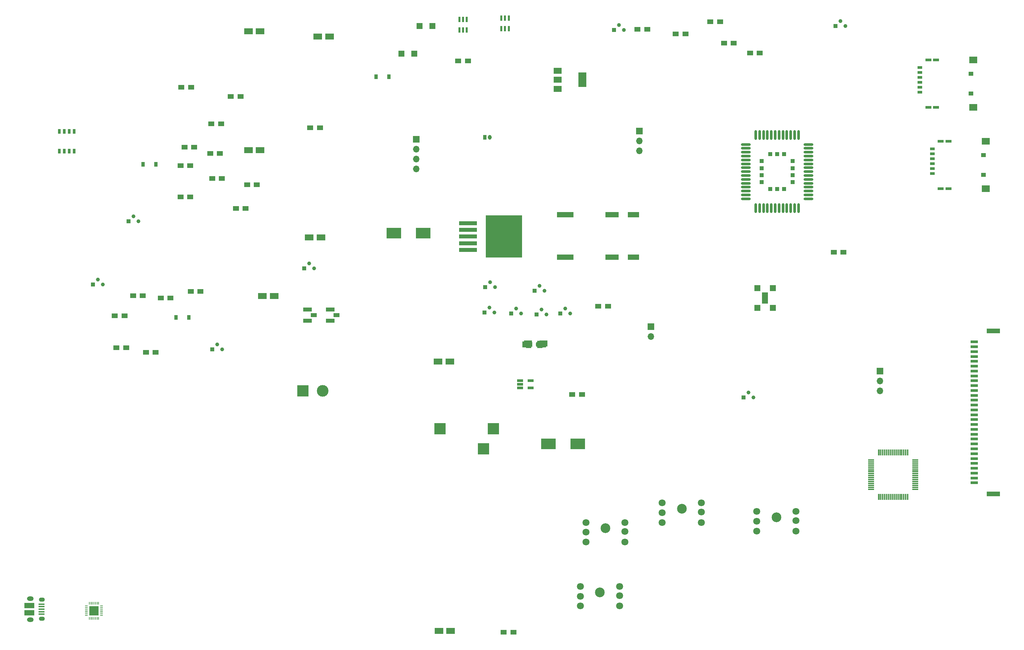
<source format=gbr>
G04 #@! TF.FileFunction,Copper,L1,Top,Signal*
%FSLAX46Y46*%
G04 Gerber Fmt 4.6, Leading zero omitted, Abs format (unit mm)*
G04 Created by KiCad (PCBNEW 4.0.6-e0-6349~53~ubuntu14.04.1) date Sat Apr 22 15:44:28 2017*
%MOMM*%
%LPD*%
G01*
G04 APERTURE LIST*
%ADD10C,0.100000*%
%ADD11R,3.000000X1.400000*%
%ADD12R,4.200000X1.400000*%
%ADD13R,3.400000X1.400000*%
%ADD14R,0.950000X1.250000*%
%ADD15O,0.950000X1.250000*%
%ADD16R,1.500000X1.250000*%
%ADD17R,2.200000X1.600000*%
%ADD18R,3.750000X2.700000*%
%ADD19R,0.560000X1.350000*%
%ADD20R,0.900000X1.200000*%
%ADD21R,1.500000X1.500000*%
%ADD22R,0.800000X0.800000*%
%ADD23R,1.350000X1.850000*%
%ADD24R,1.500000X1.050000*%
%ADD25R,2.250000X1.050000*%
%ADD26R,1.250000X0.650000*%
%ADD27R,1.500000X0.800000*%
%ADD28R,2.000000X1.700000*%
%ADD29R,1.200000X1.000000*%
%ADD30R,1.700000X1.700000*%
%ADD31O,1.700000X1.700000*%
%ADD32R,1.650000X0.400000*%
%ADD33O,1.500000X1.100000*%
%ADD34O,1.700000X1.200000*%
%ADD35R,2.500000X1.430000*%
%ADD36R,3.000000X3.000000*%
%ADD37C,3.000000*%
%ADD38R,1.900000X0.800000*%
%ADD39R,3.350000X1.300000*%
%ADD40R,1.500000X1.300000*%
%ADD41R,2.000000X1.600000*%
%ADD42C,1.000000*%
%ADD43R,1.000000X1.000000*%
%ADD44C,1.800000*%
%ADD45C,2.500000*%
%ADD46R,4.600000X1.100000*%
%ADD47R,9.400000X10.800000*%
%ADD48O,2.500000X0.700000*%
%ADD49R,1.100000X1.100000*%
%ADD50O,0.700000X2.500000*%
%ADD51R,1.560000X0.650000*%
%ADD52R,0.800000X0.200000*%
%ADD53R,0.200000X0.800000*%
%ADD54R,1.200000X1.200000*%
%ADD55R,2.000000X3.800000*%
%ADD56R,2.000000X1.500000*%
%ADD57R,1.500000X0.300000*%
%ADD58R,0.300000X1.500000*%
%ADD59R,0.762000X1.300000*%
%ADD60R,1.500000X3.000000*%
G04 APERTURE END LIST*
D10*
D11*
X174000000Y-82600000D03*
D12*
X156500000Y-82600000D03*
X156500000Y-71700000D03*
D13*
X168500000Y-71700000D03*
D11*
X174000000Y-71700000D03*
D13*
X168500000Y-82600000D03*
D14*
X135800000Y-51800000D03*
D15*
X137050000Y-51800000D03*
D16*
X90950000Y-49300000D03*
X93450000Y-49300000D03*
X164950000Y-95200000D03*
X167450000Y-95200000D03*
X57850000Y-38900000D03*
X60350000Y-38900000D03*
X65550000Y-48300000D03*
X68050000Y-48300000D03*
X65250000Y-55900000D03*
X67750000Y-55900000D03*
X70550000Y-41300000D03*
X73050000Y-41300000D03*
X158250000Y-117900000D03*
X160750000Y-117900000D03*
X140650000Y-179000000D03*
X143150000Y-179000000D03*
X65750000Y-62400000D03*
X68250000Y-62400000D03*
X40750000Y-97700000D03*
X43250000Y-97700000D03*
X41150000Y-105900000D03*
X43650000Y-105900000D03*
X48750000Y-107100000D03*
X51250000Y-107100000D03*
D17*
X93700000Y-77500000D03*
X90700000Y-77500000D03*
D16*
X203950000Y-30100000D03*
X206450000Y-30100000D03*
X197250000Y-27600000D03*
X199750000Y-27600000D03*
X184850000Y-25200000D03*
X187350000Y-25200000D03*
X175050000Y-24000000D03*
X177550000Y-24000000D03*
X193750000Y-22100000D03*
X196250000Y-22100000D03*
X71850000Y-70100000D03*
X74350000Y-70100000D03*
X74750000Y-64000000D03*
X77250000Y-64000000D03*
X57650000Y-59100000D03*
X60150000Y-59100000D03*
X57650000Y-67100000D03*
X60150000Y-67100000D03*
X58650000Y-54300000D03*
X61150000Y-54300000D03*
X45450000Y-92500000D03*
X47950000Y-92500000D03*
X52550000Y-93100000D03*
X55050000Y-93100000D03*
X60250000Y-91400000D03*
X62750000Y-91400000D03*
D17*
X126800000Y-109400000D03*
X123800000Y-109400000D03*
D16*
X128950000Y-32100000D03*
X131450000Y-32100000D03*
X225450000Y-81300000D03*
X227950000Y-81300000D03*
X147251100Y-105003600D03*
X149751100Y-105003600D03*
D17*
X81700000Y-92600000D03*
X78700000Y-92600000D03*
D16*
X147251100Y-105003600D03*
X149751100Y-105003600D03*
D18*
X112425000Y-76400000D03*
X119975000Y-76400000D03*
D16*
X147251100Y-105003600D03*
X149751100Y-105003600D03*
X147251100Y-105003600D03*
X149751100Y-105003600D03*
X147251100Y-105003600D03*
X149751100Y-105003600D03*
X147251100Y-105003600D03*
X149751100Y-105003600D03*
X147251100Y-105003600D03*
X149751100Y-105003600D03*
X147251100Y-105003600D03*
X149751100Y-105003600D03*
X147251100Y-105003600D03*
X149751100Y-105003600D03*
X147251100Y-105003600D03*
X149751100Y-105003600D03*
X147251100Y-105003600D03*
X149751100Y-105003600D03*
X147251100Y-105003600D03*
X149751100Y-105003600D03*
X147251100Y-105003600D03*
X149751100Y-105003600D03*
X147251100Y-105003600D03*
X149751100Y-105003600D03*
X147251100Y-105003600D03*
X149751100Y-105003600D03*
X147251100Y-105003600D03*
X149751100Y-105003600D03*
X147251100Y-105003600D03*
X149751100Y-105003600D03*
X147251100Y-105003600D03*
X149751100Y-105003600D03*
X147251100Y-105003600D03*
X149751100Y-105003600D03*
X147251100Y-105003600D03*
X149751100Y-105003600D03*
X147251100Y-105003600D03*
X149751100Y-105003600D03*
X147251100Y-105003600D03*
X149751100Y-105003600D03*
X147251100Y-105003600D03*
X149751100Y-105003600D03*
X147251100Y-105003600D03*
X149751100Y-105003600D03*
X147251100Y-105003600D03*
X149751100Y-105003600D03*
X147251100Y-105003600D03*
X149751100Y-105003600D03*
X147251100Y-105003600D03*
X149751100Y-105003600D03*
X147251100Y-105003600D03*
X149751100Y-105003600D03*
X147251100Y-105003600D03*
X149751100Y-105003600D03*
X147251100Y-105003600D03*
X149751100Y-105003600D03*
X147251100Y-105003600D03*
X149751100Y-105003600D03*
X147251100Y-105003600D03*
X149751100Y-105003600D03*
X147251100Y-105003600D03*
X149751100Y-105003600D03*
X147251100Y-105003600D03*
X149751100Y-105003600D03*
X147251100Y-105003600D03*
X149751100Y-105003600D03*
X147251100Y-105003600D03*
X149751100Y-105003600D03*
X147251100Y-105003600D03*
X149751100Y-105003600D03*
X147251100Y-105003600D03*
X149751100Y-105003600D03*
X147251100Y-105003600D03*
X149751100Y-105003600D03*
X147251100Y-105003600D03*
X149751100Y-105003600D03*
X147251100Y-105003600D03*
X149751100Y-105003600D03*
X147251100Y-105003600D03*
X149751100Y-105003600D03*
X147251100Y-105003600D03*
X149751100Y-105003600D03*
X147251100Y-105003600D03*
X149751100Y-105003600D03*
X147251100Y-105003600D03*
X149751100Y-105003600D03*
X147251100Y-105003600D03*
X149751100Y-105003600D03*
X147251100Y-105003600D03*
X149751100Y-105003600D03*
X147251100Y-105003600D03*
X149751100Y-105003600D03*
X147251100Y-105003600D03*
X149751100Y-105003600D03*
X147251100Y-105003600D03*
X149751100Y-105003600D03*
X147251100Y-105003600D03*
X149751100Y-105003600D03*
X147251100Y-105003600D03*
X149751100Y-105003600D03*
X147251100Y-105003600D03*
X149751100Y-105003600D03*
D17*
X78100000Y-24500000D03*
X75100000Y-24500000D03*
D18*
X152125000Y-130600000D03*
X159675000Y-130600000D03*
D17*
X95900000Y-25900000D03*
X92900000Y-25900000D03*
X127000000Y-178700000D03*
X124000000Y-178700000D03*
D16*
X147251100Y-105003600D03*
X149751100Y-105003600D03*
X147251100Y-105003600D03*
X149751100Y-105003600D03*
D17*
X78100000Y-55100000D03*
X75100000Y-55100000D03*
D19*
X129250000Y-21450000D03*
X129250000Y-24150000D03*
X130200000Y-21450000D03*
X130200000Y-24150000D03*
X131150000Y-21450000D03*
X131150000Y-24150000D03*
D20*
X56450000Y-98100000D03*
X59750000Y-98100000D03*
X107850000Y-36200000D03*
X111150000Y-36200000D03*
X48050000Y-58700000D03*
X51350000Y-58700000D03*
X146851100Y-105003600D03*
X150151100Y-105003600D03*
X146851100Y-105003600D03*
X150151100Y-105003600D03*
X146851100Y-105003600D03*
X150151100Y-105003600D03*
D21*
X122350000Y-23200000D03*
X119050000Y-23200000D03*
D20*
X146851100Y-105003600D03*
X150151100Y-105003600D03*
D22*
X149301100Y-105003600D03*
X147701100Y-105003600D03*
D20*
X146851100Y-105003600D03*
X150151100Y-105003600D03*
D19*
X140050000Y-21150000D03*
X140050000Y-23850000D03*
X141000000Y-21150000D03*
X141000000Y-23850000D03*
X141950000Y-21150000D03*
X141950000Y-23850000D03*
D20*
X146851100Y-105003600D03*
X150151100Y-105003600D03*
D21*
X117650000Y-30300000D03*
X114350000Y-30300000D03*
X150151100Y-105003600D03*
X146851100Y-105003600D03*
X150151100Y-105003600D03*
X146851100Y-105003600D03*
X150151100Y-105003600D03*
X146851100Y-105003600D03*
X150151100Y-105003600D03*
X146851100Y-105003600D03*
D23*
X149931100Y-105003600D03*
X147071100Y-105003600D03*
D22*
X149301100Y-105003600D03*
X147701100Y-105003600D03*
D21*
X150151100Y-105003600D03*
X146851100Y-105003600D03*
X150151100Y-105003600D03*
X146851100Y-105003600D03*
X150151100Y-105003600D03*
X146851100Y-105003600D03*
D24*
X97700000Y-97500000D03*
D25*
X96075000Y-96025000D03*
X96075000Y-98975000D03*
D24*
X91900000Y-97500000D03*
D25*
X90275000Y-96025000D03*
X90275000Y-98975000D03*
D26*
X250770000Y-54705000D03*
X250770000Y-55975000D03*
X250770000Y-57245000D03*
X250770000Y-58515000D03*
X250770000Y-59785000D03*
X250770000Y-61055000D03*
D27*
X252940000Y-52790000D03*
X254940000Y-52790000D03*
D28*
X264500000Y-52790000D03*
D29*
X263920000Y-56350000D03*
X263920000Y-61430000D03*
D28*
X264500000Y-65000000D03*
D27*
X252940000Y-65000000D03*
X254940000Y-65000000D03*
D30*
X118200000Y-52300000D03*
D31*
X118200000Y-54840000D03*
X118200000Y-57380000D03*
X118200000Y-59920000D03*
D30*
X175500000Y-50200000D03*
D31*
X175500000Y-52740000D03*
X175500000Y-55280000D03*
D26*
X247570000Y-33805000D03*
X247570000Y-35075000D03*
X247570000Y-36345000D03*
X247570000Y-37615000D03*
X247570000Y-38885000D03*
X247570000Y-40155000D03*
D27*
X249740000Y-31890000D03*
X251740000Y-31890000D03*
D28*
X261300000Y-31890000D03*
D29*
X260720000Y-35450000D03*
X260720000Y-40530000D03*
D28*
X261300000Y-44100000D03*
D27*
X249740000Y-44100000D03*
X251740000Y-44100000D03*
D32*
X21900000Y-171800000D03*
X21900000Y-172450000D03*
X21900000Y-173100000D03*
X21900000Y-173750000D03*
X21900000Y-174400000D03*
D33*
X22020000Y-170680000D03*
X22020000Y-175520000D03*
D34*
X19020000Y-170370000D03*
X19020000Y-175830000D03*
D35*
X18780000Y-172140000D03*
X18780000Y-174060000D03*
D36*
X89100000Y-117000000D03*
D37*
X94180000Y-117000000D03*
D30*
X178500000Y-100500000D03*
D31*
X178500000Y-103040000D03*
D30*
X237300000Y-111900000D03*
D31*
X237300000Y-114440000D03*
X237300000Y-116980000D03*
D38*
X261560000Y-140625000D03*
X261560000Y-139375000D03*
X261560000Y-138125000D03*
X261560000Y-136875000D03*
X261560000Y-135625000D03*
X261560000Y-134375000D03*
X261560000Y-133125000D03*
X261560000Y-131875000D03*
X261560000Y-130625000D03*
X261560000Y-129375000D03*
X261560000Y-128125000D03*
X261560000Y-126875000D03*
X261560000Y-125625000D03*
X261560000Y-124375000D03*
X261560000Y-123125000D03*
X261560000Y-121875000D03*
X261560000Y-120625000D03*
X261560000Y-119375000D03*
X261560000Y-118125000D03*
X261560000Y-116875000D03*
X261560000Y-115625000D03*
X261560000Y-114375000D03*
X261560000Y-113125000D03*
X261560000Y-111875000D03*
X261560000Y-110625000D03*
X261560000Y-109375000D03*
X261560000Y-108125000D03*
X261560000Y-106875000D03*
X261560000Y-105625000D03*
X261560000Y-104375000D03*
D39*
X266440000Y-101525000D03*
X266440000Y-143475000D03*
D40*
X147151100Y-105003600D03*
X149851100Y-105003600D03*
X147151100Y-105003600D03*
X149851100Y-105003600D03*
D41*
X146900000Y-104800000D03*
X150900000Y-104800000D03*
X146501100Y-105003600D03*
X150501100Y-105003600D03*
X146501100Y-105003600D03*
X150501100Y-105003600D03*
D42*
X36370000Y-88330000D03*
X37640000Y-89600000D03*
D43*
X35100000Y-89600000D03*
D42*
X67070000Y-105030000D03*
X68340000Y-106300000D03*
D43*
X65800000Y-106300000D03*
D42*
X170270000Y-22930000D03*
X171540000Y-24200000D03*
D43*
X169000000Y-24200000D03*
D42*
X227170000Y-21930000D03*
X228440000Y-23200000D03*
D43*
X225900000Y-23200000D03*
D42*
X90670000Y-84230000D03*
X91940000Y-85500000D03*
D43*
X89400000Y-85500000D03*
D42*
X45570000Y-72130000D03*
X46840000Y-73400000D03*
D43*
X44300000Y-73400000D03*
D42*
X203570000Y-117430000D03*
X204840000Y-118700000D03*
D43*
X202300000Y-118700000D03*
D42*
X150370000Y-96030000D03*
X151640000Y-97300000D03*
D43*
X149100000Y-97300000D03*
D42*
X143870000Y-95830000D03*
X145140000Y-97100000D03*
D43*
X142600000Y-97100000D03*
D42*
X136970000Y-95530000D03*
X138240000Y-96800000D03*
D43*
X135700000Y-96800000D03*
D42*
X156470000Y-95830000D03*
X157740000Y-97100000D03*
D43*
X155200000Y-97100000D03*
D42*
X137170000Y-89030000D03*
X138440000Y-90300000D03*
D43*
X135900000Y-90300000D03*
D42*
X149870000Y-89930000D03*
X151140000Y-91200000D03*
D43*
X148600000Y-91200000D03*
D40*
X147151100Y-105003600D03*
X149851100Y-105003600D03*
X147151100Y-105003600D03*
X149851100Y-105003600D03*
X147151100Y-105003600D03*
X149851100Y-105003600D03*
X147151100Y-105003600D03*
X149851100Y-105003600D03*
X147151100Y-105003600D03*
X149851100Y-105003600D03*
X147151100Y-105003600D03*
X149851100Y-105003600D03*
X147151100Y-105003600D03*
X149851100Y-105003600D03*
X147151100Y-105003600D03*
X149851100Y-105003600D03*
X147151100Y-105003600D03*
X149851100Y-105003600D03*
X147151100Y-105003600D03*
X149851100Y-105003600D03*
X147151100Y-105003600D03*
X149851100Y-105003600D03*
X147151100Y-105003600D03*
X149851100Y-105003600D03*
X147151100Y-105003600D03*
X149851100Y-105003600D03*
X147151100Y-105003600D03*
X149851100Y-105003600D03*
X147151100Y-105003600D03*
X149851100Y-105003600D03*
X147151100Y-105003600D03*
X149851100Y-105003600D03*
X147151100Y-105003600D03*
X149851100Y-105003600D03*
X147151100Y-105003600D03*
X149851100Y-105003600D03*
X147151100Y-105003600D03*
X149851100Y-105003600D03*
X147151100Y-105003600D03*
X149851100Y-105003600D03*
X147151100Y-105003600D03*
X149851100Y-105003600D03*
X147151100Y-105003600D03*
X149851100Y-105003600D03*
X147151100Y-105003600D03*
X149851100Y-105003600D03*
X147151100Y-105003600D03*
X149851100Y-105003600D03*
X147151100Y-105003600D03*
X149851100Y-105003600D03*
X147151100Y-105003600D03*
X149851100Y-105003600D03*
X147151100Y-105003600D03*
X149851100Y-105003600D03*
X147151100Y-105003600D03*
X149851100Y-105003600D03*
X147151100Y-105003600D03*
X149851100Y-105003600D03*
X147151100Y-105003600D03*
X149851100Y-105003600D03*
X147151100Y-105003600D03*
X149851100Y-105003600D03*
X147151100Y-105003600D03*
X149851100Y-105003600D03*
X147151100Y-105003600D03*
X149851100Y-105003600D03*
X147151100Y-105003600D03*
X149851100Y-105003600D03*
X147151100Y-105003600D03*
X149851100Y-105003600D03*
X147151100Y-105003600D03*
X149851100Y-105003600D03*
X147151100Y-105003600D03*
X149851100Y-105003600D03*
X147151100Y-105003600D03*
X149851100Y-105003600D03*
X147151100Y-105003600D03*
X149851100Y-105003600D03*
X147151100Y-105003600D03*
X149851100Y-105003600D03*
X147151100Y-105003600D03*
X149851100Y-105003600D03*
X147151100Y-105003600D03*
X149851100Y-105003600D03*
X147151100Y-105003600D03*
X149851100Y-105003600D03*
X147151100Y-105003600D03*
X149851100Y-105003600D03*
X147151100Y-105003600D03*
X149851100Y-105003600D03*
X147151100Y-105003600D03*
X149851100Y-105003600D03*
X147151100Y-105003600D03*
X149851100Y-105003600D03*
X147151100Y-105003600D03*
X149851100Y-105003600D03*
X147151100Y-105003600D03*
X149851100Y-105003600D03*
X147151100Y-105003600D03*
X149851100Y-105003600D03*
X147151100Y-105003600D03*
X149851100Y-105003600D03*
X147151100Y-105003600D03*
X149851100Y-105003600D03*
X147151100Y-105003600D03*
X149851100Y-105003600D03*
X147151100Y-105003600D03*
X149851100Y-105003600D03*
X147151100Y-105003600D03*
X149851100Y-105003600D03*
X147151100Y-105003600D03*
X149851100Y-105003600D03*
X147151100Y-105003600D03*
X149851100Y-105003600D03*
X147151100Y-105003600D03*
X149851100Y-105003600D03*
X147151100Y-105003600D03*
X149851100Y-105003600D03*
X147151100Y-105003600D03*
X149851100Y-105003600D03*
X147151100Y-105003600D03*
X149851100Y-105003600D03*
X147151100Y-105003600D03*
X149851100Y-105003600D03*
X147151100Y-105003600D03*
X149851100Y-105003600D03*
X147151100Y-105003600D03*
X149851100Y-105003600D03*
X147151100Y-105003600D03*
X149851100Y-105003600D03*
X147151100Y-105003600D03*
X149851100Y-105003600D03*
X147151100Y-105003600D03*
X149851100Y-105003600D03*
X147151100Y-105003600D03*
X149851100Y-105003600D03*
X147151100Y-105003600D03*
X149851100Y-105003600D03*
X147151100Y-105003600D03*
X149851100Y-105003600D03*
X147151100Y-105003600D03*
X149851100Y-105003600D03*
X147151100Y-105003600D03*
X149851100Y-105003600D03*
X147151100Y-105003600D03*
X149851100Y-105003600D03*
X147151100Y-105003600D03*
X149851100Y-105003600D03*
X147151100Y-105003600D03*
X149851100Y-105003600D03*
X147151100Y-105003600D03*
X149851100Y-105003600D03*
X147151100Y-105003600D03*
X149851100Y-105003600D03*
X147151100Y-105003600D03*
X149851100Y-105003600D03*
X147151100Y-105003600D03*
X149851100Y-105003600D03*
X147151100Y-105003600D03*
X149851100Y-105003600D03*
X147151100Y-105003600D03*
X149851100Y-105003600D03*
X147151100Y-105003600D03*
X149851100Y-105003600D03*
X147151100Y-105003600D03*
X149851100Y-105003600D03*
X147151100Y-105003600D03*
X149851100Y-105003600D03*
D44*
X181400000Y-145800000D03*
X181400000Y-148300000D03*
X181400000Y-150800000D03*
D45*
X186400000Y-147300000D03*
D44*
X191400000Y-145800000D03*
X191400000Y-148160000D03*
X191400000Y-150800000D03*
X161800000Y-150800000D03*
X161800000Y-153300000D03*
X161800000Y-155800000D03*
D45*
X166800000Y-152300000D03*
D44*
X171800000Y-150800000D03*
X171800000Y-153160000D03*
X171800000Y-155800000D03*
X160400000Y-167300000D03*
X160400000Y-169800000D03*
X160400000Y-172300000D03*
D45*
X165400000Y-168800000D03*
D44*
X170400000Y-167300000D03*
X170400000Y-169660000D03*
X170400000Y-172300000D03*
X205700000Y-148000000D03*
X205700000Y-150500000D03*
X205700000Y-153000000D03*
D45*
X210700000Y-149500000D03*
D44*
X215700000Y-148000000D03*
X215700000Y-150360000D03*
X215700000Y-153000000D03*
D46*
X131520000Y-80700000D03*
X131520000Y-79000000D03*
X131520000Y-75600000D03*
D47*
X140680000Y-77300000D03*
D46*
X131520000Y-77300000D03*
X131520000Y-73900000D03*
D48*
X202850000Y-53600000D03*
X202850000Y-54600000D03*
X202850000Y-55600000D03*
X202850000Y-56600000D03*
X202850000Y-57600000D03*
X202850000Y-58600000D03*
X202850000Y-59600000D03*
X202850000Y-60600000D03*
X202850000Y-61600000D03*
X202850000Y-62600000D03*
X202850000Y-63600000D03*
X202850000Y-64600000D03*
X202850000Y-65600000D03*
X202850000Y-66600000D03*
X202850000Y-67600000D03*
D49*
X206900000Y-57900000D03*
D50*
X205400000Y-70000000D03*
X206400000Y-70000000D03*
X207400000Y-70000000D03*
X208400000Y-70000000D03*
X209400000Y-70000000D03*
X210400000Y-70000000D03*
X211400000Y-70000000D03*
X212400000Y-70000000D03*
X213400000Y-70000000D03*
X214400000Y-70000000D03*
X215400000Y-70000000D03*
X216400000Y-70000000D03*
D49*
X206900000Y-61500000D03*
X206900000Y-63300000D03*
X209100000Y-65100000D03*
D48*
X218950000Y-67600000D03*
X218950000Y-66600000D03*
X218950000Y-65600000D03*
X218950000Y-64600000D03*
X218950000Y-63600000D03*
X218950000Y-62600000D03*
X218950000Y-61600000D03*
X218950000Y-60600000D03*
X218950000Y-59600000D03*
X218950000Y-58600000D03*
X218950000Y-57600000D03*
X218950000Y-56600000D03*
X218950000Y-55600000D03*
X218950000Y-54600000D03*
X218950000Y-53600000D03*
D49*
X210900000Y-65100000D03*
D50*
X216400000Y-51200000D03*
X215400000Y-51200000D03*
X214400000Y-51200000D03*
X213400000Y-51200000D03*
X212400000Y-51200000D03*
X211400000Y-51200000D03*
X210400000Y-51200000D03*
X209400000Y-51200000D03*
X208400000Y-51200000D03*
X207400000Y-51200000D03*
X206400000Y-51200000D03*
X205400000Y-51200000D03*
D49*
X214900000Y-57900000D03*
X212700000Y-56100000D03*
X210900000Y-56100000D03*
X209100000Y-56100000D03*
X212700000Y-65100000D03*
X206900000Y-59700000D03*
X214900000Y-59700000D03*
X214900000Y-61500000D03*
X214900000Y-63300000D03*
D51*
X144850000Y-114350000D03*
X144850000Y-115300000D03*
X144850000Y-116250000D03*
X147550000Y-116250000D03*
X147550000Y-114350000D03*
D36*
X124300000Y-126700000D03*
X138000000Y-126700000D03*
X135500000Y-131900000D03*
D52*
X33450000Y-172300000D03*
X33450000Y-172700000D03*
X33450000Y-173100000D03*
X33450000Y-173500000D03*
X33450000Y-173900000D03*
X33450000Y-174300000D03*
X33450000Y-174700000D03*
D53*
X34200000Y-175450000D03*
X34600000Y-175450000D03*
X35000000Y-175450000D03*
X35400000Y-175450000D03*
X35800000Y-175450000D03*
X36200000Y-175450000D03*
X36600000Y-175450000D03*
D52*
X37350000Y-174700000D03*
X37350000Y-174300000D03*
X37350000Y-173900000D03*
X37350000Y-173500000D03*
X37350000Y-173100000D03*
X37350000Y-172700000D03*
X37350000Y-172300000D03*
D53*
X36600000Y-171550000D03*
X36200000Y-171550000D03*
X35800000Y-171550000D03*
X35400000Y-171550000D03*
X35000000Y-171550000D03*
X34600000Y-171550000D03*
X34200000Y-171550000D03*
D54*
X36000000Y-174100000D03*
X36000000Y-172900000D03*
X34800000Y-174100000D03*
X34800000Y-172900000D03*
D55*
X160850000Y-37000000D03*
D56*
X154550000Y-37000000D03*
X154550000Y-39300000D03*
X154550000Y-34700000D03*
D57*
X235000000Y-134750000D03*
X235000000Y-135250000D03*
X235000000Y-135750000D03*
X235000000Y-136250000D03*
X235000000Y-136750000D03*
X235000000Y-137250000D03*
X235000000Y-137750000D03*
X235000000Y-138250000D03*
X235000000Y-138750000D03*
X235000000Y-139250000D03*
X235000000Y-139750000D03*
X235000000Y-140250000D03*
X235000000Y-140750000D03*
X235000000Y-141250000D03*
X235000000Y-141750000D03*
X235000000Y-142250000D03*
D58*
X236950000Y-144200000D03*
X237450000Y-144200000D03*
X237950000Y-144200000D03*
X238450000Y-144200000D03*
X238950000Y-144200000D03*
X239450000Y-144200000D03*
X239950000Y-144200000D03*
X240450000Y-144200000D03*
X240950000Y-144200000D03*
X241450000Y-144200000D03*
X241950000Y-144200000D03*
X242450000Y-144200000D03*
X242950000Y-144200000D03*
X243450000Y-144200000D03*
X243950000Y-144200000D03*
X244450000Y-144200000D03*
D57*
X246400000Y-142250000D03*
X246400000Y-141750000D03*
X246400000Y-141250000D03*
X246400000Y-140750000D03*
X246400000Y-140250000D03*
X246400000Y-139750000D03*
X246400000Y-139250000D03*
X246400000Y-138750000D03*
X246400000Y-138250000D03*
X246400000Y-137750000D03*
X246400000Y-137250000D03*
X246400000Y-136750000D03*
X246400000Y-136250000D03*
X246400000Y-135750000D03*
X246400000Y-135250000D03*
X246400000Y-134750000D03*
D58*
X244450000Y-132800000D03*
X243950000Y-132800000D03*
X243450000Y-132800000D03*
X242950000Y-132800000D03*
X242450000Y-132800000D03*
X241950000Y-132800000D03*
X241450000Y-132800000D03*
X240950000Y-132800000D03*
X240450000Y-132800000D03*
X239950000Y-132800000D03*
X239450000Y-132800000D03*
X238950000Y-132800000D03*
X238450000Y-132800000D03*
X237950000Y-132800000D03*
X237450000Y-132800000D03*
X236950000Y-132800000D03*
D59*
X26495000Y-50260000D03*
X26495000Y-55340000D03*
X27765000Y-50260000D03*
X27765000Y-55340000D03*
X29035000Y-50260000D03*
X29035000Y-55340000D03*
X30305000Y-50260000D03*
X30305000Y-55340000D03*
D21*
X205800000Y-90560000D03*
X209800000Y-90560000D03*
X209800000Y-95640000D03*
X205800000Y-95640000D03*
D60*
X207800000Y-93100000D03*
M02*

</source>
